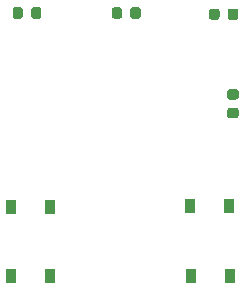
<source format=gbr>
G04 #@! TF.GenerationSoftware,KiCad,Pcbnew,(5.1.4)-1*
G04 #@! TF.CreationDate,2020-11-25T10:34:19+01:00*
G04 #@! TF.ProjectId,MonochromeVGA,4d6f6e6f-6368-4726-9f6d-655647412e6b,rev?*
G04 #@! TF.SameCoordinates,Original*
G04 #@! TF.FileFunction,Paste,Top*
G04 #@! TF.FilePolarity,Positive*
%FSLAX46Y46*%
G04 Gerber Fmt 4.6, Leading zero omitted, Abs format (unit mm)*
G04 Created by KiCad (PCBNEW (5.1.4)-1) date 2020-11-25 10:34:19*
%MOMM*%
%LPD*%
G04 APERTURE LIST*
%ADD10R,0.900000X1.200000*%
%ADD11C,0.100000*%
%ADD12C,0.875000*%
G04 APERTURE END LIST*
D10*
X154110000Y-120090000D03*
X157410000Y-120090000D03*
X138920000Y-120090000D03*
X142220000Y-120090000D03*
X138940000Y-114220000D03*
X142240000Y-114220000D03*
X154070000Y-114200000D03*
X157370000Y-114200000D03*
D11*
G36*
X157977691Y-104276053D02*
G01*
X157998926Y-104279203D01*
X158019750Y-104284419D01*
X158039962Y-104291651D01*
X158059368Y-104300830D01*
X158077781Y-104311866D01*
X158095024Y-104324654D01*
X158110930Y-104339070D01*
X158125346Y-104354976D01*
X158138134Y-104372219D01*
X158149170Y-104390632D01*
X158158349Y-104410038D01*
X158165581Y-104430250D01*
X158170797Y-104451074D01*
X158173947Y-104472309D01*
X158175000Y-104493750D01*
X158175000Y-104931250D01*
X158173947Y-104952691D01*
X158170797Y-104973926D01*
X158165581Y-104994750D01*
X158158349Y-105014962D01*
X158149170Y-105034368D01*
X158138134Y-105052781D01*
X158125346Y-105070024D01*
X158110930Y-105085930D01*
X158095024Y-105100346D01*
X158077781Y-105113134D01*
X158059368Y-105124170D01*
X158039962Y-105133349D01*
X158019750Y-105140581D01*
X157998926Y-105145797D01*
X157977691Y-105148947D01*
X157956250Y-105150000D01*
X157443750Y-105150000D01*
X157422309Y-105148947D01*
X157401074Y-105145797D01*
X157380250Y-105140581D01*
X157360038Y-105133349D01*
X157340632Y-105124170D01*
X157322219Y-105113134D01*
X157304976Y-105100346D01*
X157289070Y-105085930D01*
X157274654Y-105070024D01*
X157261866Y-105052781D01*
X157250830Y-105034368D01*
X157241651Y-105014962D01*
X157234419Y-104994750D01*
X157229203Y-104973926D01*
X157226053Y-104952691D01*
X157225000Y-104931250D01*
X157225000Y-104493750D01*
X157226053Y-104472309D01*
X157229203Y-104451074D01*
X157234419Y-104430250D01*
X157241651Y-104410038D01*
X157250830Y-104390632D01*
X157261866Y-104372219D01*
X157274654Y-104354976D01*
X157289070Y-104339070D01*
X157304976Y-104324654D01*
X157322219Y-104311866D01*
X157340632Y-104300830D01*
X157360038Y-104291651D01*
X157380250Y-104284419D01*
X157401074Y-104279203D01*
X157422309Y-104276053D01*
X157443750Y-104275000D01*
X157956250Y-104275000D01*
X157977691Y-104276053D01*
X157977691Y-104276053D01*
G37*
D12*
X157700000Y-104712500D03*
D11*
G36*
X157977691Y-105851053D02*
G01*
X157998926Y-105854203D01*
X158019750Y-105859419D01*
X158039962Y-105866651D01*
X158059368Y-105875830D01*
X158077781Y-105886866D01*
X158095024Y-105899654D01*
X158110930Y-105914070D01*
X158125346Y-105929976D01*
X158138134Y-105947219D01*
X158149170Y-105965632D01*
X158158349Y-105985038D01*
X158165581Y-106005250D01*
X158170797Y-106026074D01*
X158173947Y-106047309D01*
X158175000Y-106068750D01*
X158175000Y-106506250D01*
X158173947Y-106527691D01*
X158170797Y-106548926D01*
X158165581Y-106569750D01*
X158158349Y-106589962D01*
X158149170Y-106609368D01*
X158138134Y-106627781D01*
X158125346Y-106645024D01*
X158110930Y-106660930D01*
X158095024Y-106675346D01*
X158077781Y-106688134D01*
X158059368Y-106699170D01*
X158039962Y-106708349D01*
X158019750Y-106715581D01*
X157998926Y-106720797D01*
X157977691Y-106723947D01*
X157956250Y-106725000D01*
X157443750Y-106725000D01*
X157422309Y-106723947D01*
X157401074Y-106720797D01*
X157380250Y-106715581D01*
X157360038Y-106708349D01*
X157340632Y-106699170D01*
X157322219Y-106688134D01*
X157304976Y-106675346D01*
X157289070Y-106660930D01*
X157274654Y-106645024D01*
X157261866Y-106627781D01*
X157250830Y-106609368D01*
X157241651Y-106589962D01*
X157234419Y-106569750D01*
X157229203Y-106548926D01*
X157226053Y-106527691D01*
X157225000Y-106506250D01*
X157225000Y-106068750D01*
X157226053Y-106047309D01*
X157229203Y-106026074D01*
X157234419Y-106005250D01*
X157241651Y-105985038D01*
X157250830Y-105965632D01*
X157261866Y-105947219D01*
X157274654Y-105929976D01*
X157289070Y-105914070D01*
X157304976Y-105899654D01*
X157322219Y-105886866D01*
X157340632Y-105875830D01*
X157360038Y-105866651D01*
X157380250Y-105859419D01*
X157401074Y-105854203D01*
X157422309Y-105851053D01*
X157443750Y-105850000D01*
X157956250Y-105850000D01*
X157977691Y-105851053D01*
X157977691Y-105851053D01*
G37*
D12*
X157700000Y-106287500D03*
D11*
G36*
X157937691Y-97446053D02*
G01*
X157958926Y-97449203D01*
X157979750Y-97454419D01*
X157999962Y-97461651D01*
X158019368Y-97470830D01*
X158037781Y-97481866D01*
X158055024Y-97494654D01*
X158070930Y-97509070D01*
X158085346Y-97524976D01*
X158098134Y-97542219D01*
X158109170Y-97560632D01*
X158118349Y-97580038D01*
X158125581Y-97600250D01*
X158130797Y-97621074D01*
X158133947Y-97642309D01*
X158135000Y-97663750D01*
X158135000Y-98176250D01*
X158133947Y-98197691D01*
X158130797Y-98218926D01*
X158125581Y-98239750D01*
X158118349Y-98259962D01*
X158109170Y-98279368D01*
X158098134Y-98297781D01*
X158085346Y-98315024D01*
X158070930Y-98330930D01*
X158055024Y-98345346D01*
X158037781Y-98358134D01*
X158019368Y-98369170D01*
X157999962Y-98378349D01*
X157979750Y-98385581D01*
X157958926Y-98390797D01*
X157937691Y-98393947D01*
X157916250Y-98395000D01*
X157478750Y-98395000D01*
X157457309Y-98393947D01*
X157436074Y-98390797D01*
X157415250Y-98385581D01*
X157395038Y-98378349D01*
X157375632Y-98369170D01*
X157357219Y-98358134D01*
X157339976Y-98345346D01*
X157324070Y-98330930D01*
X157309654Y-98315024D01*
X157296866Y-98297781D01*
X157285830Y-98279368D01*
X157276651Y-98259962D01*
X157269419Y-98239750D01*
X157264203Y-98218926D01*
X157261053Y-98197691D01*
X157260000Y-98176250D01*
X157260000Y-97663750D01*
X157261053Y-97642309D01*
X157264203Y-97621074D01*
X157269419Y-97600250D01*
X157276651Y-97580038D01*
X157285830Y-97560632D01*
X157296866Y-97542219D01*
X157309654Y-97524976D01*
X157324070Y-97509070D01*
X157339976Y-97494654D01*
X157357219Y-97481866D01*
X157375632Y-97470830D01*
X157395038Y-97461651D01*
X157415250Y-97454419D01*
X157436074Y-97449203D01*
X157457309Y-97446053D01*
X157478750Y-97445000D01*
X157916250Y-97445000D01*
X157937691Y-97446053D01*
X157937691Y-97446053D01*
G37*
D12*
X157697500Y-97920000D03*
D11*
G36*
X156362691Y-97446053D02*
G01*
X156383926Y-97449203D01*
X156404750Y-97454419D01*
X156424962Y-97461651D01*
X156444368Y-97470830D01*
X156462781Y-97481866D01*
X156480024Y-97494654D01*
X156495930Y-97509070D01*
X156510346Y-97524976D01*
X156523134Y-97542219D01*
X156534170Y-97560632D01*
X156543349Y-97580038D01*
X156550581Y-97600250D01*
X156555797Y-97621074D01*
X156558947Y-97642309D01*
X156560000Y-97663750D01*
X156560000Y-98176250D01*
X156558947Y-98197691D01*
X156555797Y-98218926D01*
X156550581Y-98239750D01*
X156543349Y-98259962D01*
X156534170Y-98279368D01*
X156523134Y-98297781D01*
X156510346Y-98315024D01*
X156495930Y-98330930D01*
X156480024Y-98345346D01*
X156462781Y-98358134D01*
X156444368Y-98369170D01*
X156424962Y-98378349D01*
X156404750Y-98385581D01*
X156383926Y-98390797D01*
X156362691Y-98393947D01*
X156341250Y-98395000D01*
X155903750Y-98395000D01*
X155882309Y-98393947D01*
X155861074Y-98390797D01*
X155840250Y-98385581D01*
X155820038Y-98378349D01*
X155800632Y-98369170D01*
X155782219Y-98358134D01*
X155764976Y-98345346D01*
X155749070Y-98330930D01*
X155734654Y-98315024D01*
X155721866Y-98297781D01*
X155710830Y-98279368D01*
X155701651Y-98259962D01*
X155694419Y-98239750D01*
X155689203Y-98218926D01*
X155686053Y-98197691D01*
X155685000Y-98176250D01*
X155685000Y-97663750D01*
X155686053Y-97642309D01*
X155689203Y-97621074D01*
X155694419Y-97600250D01*
X155701651Y-97580038D01*
X155710830Y-97560632D01*
X155721866Y-97542219D01*
X155734654Y-97524976D01*
X155749070Y-97509070D01*
X155764976Y-97494654D01*
X155782219Y-97481866D01*
X155800632Y-97470830D01*
X155820038Y-97461651D01*
X155840250Y-97454419D01*
X155861074Y-97449203D01*
X155882309Y-97446053D01*
X155903750Y-97445000D01*
X156341250Y-97445000D01*
X156362691Y-97446053D01*
X156362691Y-97446053D01*
G37*
D12*
X156122500Y-97920000D03*
D11*
G36*
X141287691Y-97346053D02*
G01*
X141308926Y-97349203D01*
X141329750Y-97354419D01*
X141349962Y-97361651D01*
X141369368Y-97370830D01*
X141387781Y-97381866D01*
X141405024Y-97394654D01*
X141420930Y-97409070D01*
X141435346Y-97424976D01*
X141448134Y-97442219D01*
X141459170Y-97460632D01*
X141468349Y-97480038D01*
X141475581Y-97500250D01*
X141480797Y-97521074D01*
X141483947Y-97542309D01*
X141485000Y-97563750D01*
X141485000Y-98076250D01*
X141483947Y-98097691D01*
X141480797Y-98118926D01*
X141475581Y-98139750D01*
X141468349Y-98159962D01*
X141459170Y-98179368D01*
X141448134Y-98197781D01*
X141435346Y-98215024D01*
X141420930Y-98230930D01*
X141405024Y-98245346D01*
X141387781Y-98258134D01*
X141369368Y-98269170D01*
X141349962Y-98278349D01*
X141329750Y-98285581D01*
X141308926Y-98290797D01*
X141287691Y-98293947D01*
X141266250Y-98295000D01*
X140828750Y-98295000D01*
X140807309Y-98293947D01*
X140786074Y-98290797D01*
X140765250Y-98285581D01*
X140745038Y-98278349D01*
X140725632Y-98269170D01*
X140707219Y-98258134D01*
X140689976Y-98245346D01*
X140674070Y-98230930D01*
X140659654Y-98215024D01*
X140646866Y-98197781D01*
X140635830Y-98179368D01*
X140626651Y-98159962D01*
X140619419Y-98139750D01*
X140614203Y-98118926D01*
X140611053Y-98097691D01*
X140610000Y-98076250D01*
X140610000Y-97563750D01*
X140611053Y-97542309D01*
X140614203Y-97521074D01*
X140619419Y-97500250D01*
X140626651Y-97480038D01*
X140635830Y-97460632D01*
X140646866Y-97442219D01*
X140659654Y-97424976D01*
X140674070Y-97409070D01*
X140689976Y-97394654D01*
X140707219Y-97381866D01*
X140725632Y-97370830D01*
X140745038Y-97361651D01*
X140765250Y-97354419D01*
X140786074Y-97349203D01*
X140807309Y-97346053D01*
X140828750Y-97345000D01*
X141266250Y-97345000D01*
X141287691Y-97346053D01*
X141287691Y-97346053D01*
G37*
D12*
X141047500Y-97820000D03*
D11*
G36*
X139712691Y-97346053D02*
G01*
X139733926Y-97349203D01*
X139754750Y-97354419D01*
X139774962Y-97361651D01*
X139794368Y-97370830D01*
X139812781Y-97381866D01*
X139830024Y-97394654D01*
X139845930Y-97409070D01*
X139860346Y-97424976D01*
X139873134Y-97442219D01*
X139884170Y-97460632D01*
X139893349Y-97480038D01*
X139900581Y-97500250D01*
X139905797Y-97521074D01*
X139908947Y-97542309D01*
X139910000Y-97563750D01*
X139910000Y-98076250D01*
X139908947Y-98097691D01*
X139905797Y-98118926D01*
X139900581Y-98139750D01*
X139893349Y-98159962D01*
X139884170Y-98179368D01*
X139873134Y-98197781D01*
X139860346Y-98215024D01*
X139845930Y-98230930D01*
X139830024Y-98245346D01*
X139812781Y-98258134D01*
X139794368Y-98269170D01*
X139774962Y-98278349D01*
X139754750Y-98285581D01*
X139733926Y-98290797D01*
X139712691Y-98293947D01*
X139691250Y-98295000D01*
X139253750Y-98295000D01*
X139232309Y-98293947D01*
X139211074Y-98290797D01*
X139190250Y-98285581D01*
X139170038Y-98278349D01*
X139150632Y-98269170D01*
X139132219Y-98258134D01*
X139114976Y-98245346D01*
X139099070Y-98230930D01*
X139084654Y-98215024D01*
X139071866Y-98197781D01*
X139060830Y-98179368D01*
X139051651Y-98159962D01*
X139044419Y-98139750D01*
X139039203Y-98118926D01*
X139036053Y-98097691D01*
X139035000Y-98076250D01*
X139035000Y-97563750D01*
X139036053Y-97542309D01*
X139039203Y-97521074D01*
X139044419Y-97500250D01*
X139051651Y-97480038D01*
X139060830Y-97460632D01*
X139071866Y-97442219D01*
X139084654Y-97424976D01*
X139099070Y-97409070D01*
X139114976Y-97394654D01*
X139132219Y-97381866D01*
X139150632Y-97370830D01*
X139170038Y-97361651D01*
X139190250Y-97354419D01*
X139211074Y-97349203D01*
X139232309Y-97346053D01*
X139253750Y-97345000D01*
X139691250Y-97345000D01*
X139712691Y-97346053D01*
X139712691Y-97346053D01*
G37*
D12*
X139472500Y-97820000D03*
D11*
G36*
X149687691Y-97346053D02*
G01*
X149708926Y-97349203D01*
X149729750Y-97354419D01*
X149749962Y-97361651D01*
X149769368Y-97370830D01*
X149787781Y-97381866D01*
X149805024Y-97394654D01*
X149820930Y-97409070D01*
X149835346Y-97424976D01*
X149848134Y-97442219D01*
X149859170Y-97460632D01*
X149868349Y-97480038D01*
X149875581Y-97500250D01*
X149880797Y-97521074D01*
X149883947Y-97542309D01*
X149885000Y-97563750D01*
X149885000Y-98076250D01*
X149883947Y-98097691D01*
X149880797Y-98118926D01*
X149875581Y-98139750D01*
X149868349Y-98159962D01*
X149859170Y-98179368D01*
X149848134Y-98197781D01*
X149835346Y-98215024D01*
X149820930Y-98230930D01*
X149805024Y-98245346D01*
X149787781Y-98258134D01*
X149769368Y-98269170D01*
X149749962Y-98278349D01*
X149729750Y-98285581D01*
X149708926Y-98290797D01*
X149687691Y-98293947D01*
X149666250Y-98295000D01*
X149228750Y-98295000D01*
X149207309Y-98293947D01*
X149186074Y-98290797D01*
X149165250Y-98285581D01*
X149145038Y-98278349D01*
X149125632Y-98269170D01*
X149107219Y-98258134D01*
X149089976Y-98245346D01*
X149074070Y-98230930D01*
X149059654Y-98215024D01*
X149046866Y-98197781D01*
X149035830Y-98179368D01*
X149026651Y-98159962D01*
X149019419Y-98139750D01*
X149014203Y-98118926D01*
X149011053Y-98097691D01*
X149010000Y-98076250D01*
X149010000Y-97563750D01*
X149011053Y-97542309D01*
X149014203Y-97521074D01*
X149019419Y-97500250D01*
X149026651Y-97480038D01*
X149035830Y-97460632D01*
X149046866Y-97442219D01*
X149059654Y-97424976D01*
X149074070Y-97409070D01*
X149089976Y-97394654D01*
X149107219Y-97381866D01*
X149125632Y-97370830D01*
X149145038Y-97361651D01*
X149165250Y-97354419D01*
X149186074Y-97349203D01*
X149207309Y-97346053D01*
X149228750Y-97345000D01*
X149666250Y-97345000D01*
X149687691Y-97346053D01*
X149687691Y-97346053D01*
G37*
D12*
X149447500Y-97820000D03*
D11*
G36*
X148112691Y-97346053D02*
G01*
X148133926Y-97349203D01*
X148154750Y-97354419D01*
X148174962Y-97361651D01*
X148194368Y-97370830D01*
X148212781Y-97381866D01*
X148230024Y-97394654D01*
X148245930Y-97409070D01*
X148260346Y-97424976D01*
X148273134Y-97442219D01*
X148284170Y-97460632D01*
X148293349Y-97480038D01*
X148300581Y-97500250D01*
X148305797Y-97521074D01*
X148308947Y-97542309D01*
X148310000Y-97563750D01*
X148310000Y-98076250D01*
X148308947Y-98097691D01*
X148305797Y-98118926D01*
X148300581Y-98139750D01*
X148293349Y-98159962D01*
X148284170Y-98179368D01*
X148273134Y-98197781D01*
X148260346Y-98215024D01*
X148245930Y-98230930D01*
X148230024Y-98245346D01*
X148212781Y-98258134D01*
X148194368Y-98269170D01*
X148174962Y-98278349D01*
X148154750Y-98285581D01*
X148133926Y-98290797D01*
X148112691Y-98293947D01*
X148091250Y-98295000D01*
X147653750Y-98295000D01*
X147632309Y-98293947D01*
X147611074Y-98290797D01*
X147590250Y-98285581D01*
X147570038Y-98278349D01*
X147550632Y-98269170D01*
X147532219Y-98258134D01*
X147514976Y-98245346D01*
X147499070Y-98230930D01*
X147484654Y-98215024D01*
X147471866Y-98197781D01*
X147460830Y-98179368D01*
X147451651Y-98159962D01*
X147444419Y-98139750D01*
X147439203Y-98118926D01*
X147436053Y-98097691D01*
X147435000Y-98076250D01*
X147435000Y-97563750D01*
X147436053Y-97542309D01*
X147439203Y-97521074D01*
X147444419Y-97500250D01*
X147451651Y-97480038D01*
X147460830Y-97460632D01*
X147471866Y-97442219D01*
X147484654Y-97424976D01*
X147499070Y-97409070D01*
X147514976Y-97394654D01*
X147532219Y-97381866D01*
X147550632Y-97370830D01*
X147570038Y-97361651D01*
X147590250Y-97354419D01*
X147611074Y-97349203D01*
X147632309Y-97346053D01*
X147653750Y-97345000D01*
X148091250Y-97345000D01*
X148112691Y-97346053D01*
X148112691Y-97346053D01*
G37*
D12*
X147872500Y-97820000D03*
M02*

</source>
